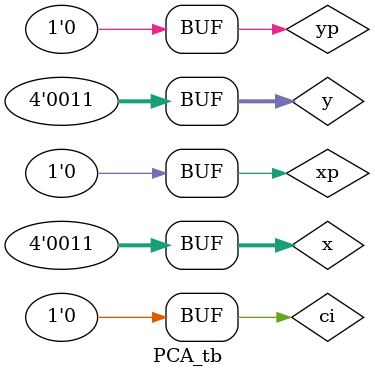
<source format=v>
module PCA(
    input[3:0] x, y,
    input ci,
    input xp, yp,
    output[3:0] z, c,
    output co,
    output zp, cp,
    output err
);
    wire zpe;

    RCA rca(.x(x), .y(y), .ci(ci), .z(z), .c(c), .co(co));

    XORtree xortree_c(.in(c), .p(cp));
    assign zp = cp ^ xp ^ yp;

    XORtree xortree_z(.in(z), .p(zpe));
    assign err = zp ^ zpe;
endmodule

module PCA_tb;
    reg[3:0] x, y;
    reg ci;
    reg xp, yp;
    wire[3:0] z, c;
    wire co;
    wire zp, cp;
    wire err;

    PCA inst(.x(x), .y(y), .ci(ci), .xp(xp), .yp(yp), .z(z), .c(c), .co(co), .zp(zp), .cp(cp), .err(err));

    initial begin
        $display("x    y    c    z    | xp yp cp zp | ERROR");
        $monitor("%4b %4b %4b %4b | %b  %b  %b  %b  | %b", x, y, c, z, xp, yp, cp, zp, err);
    end

    initial begin
        x = 4'b0011;
        xp = 0;
        y = 4'b0011;
        yp = 0;
        ci = 0;
    end
endmodule
</source>
